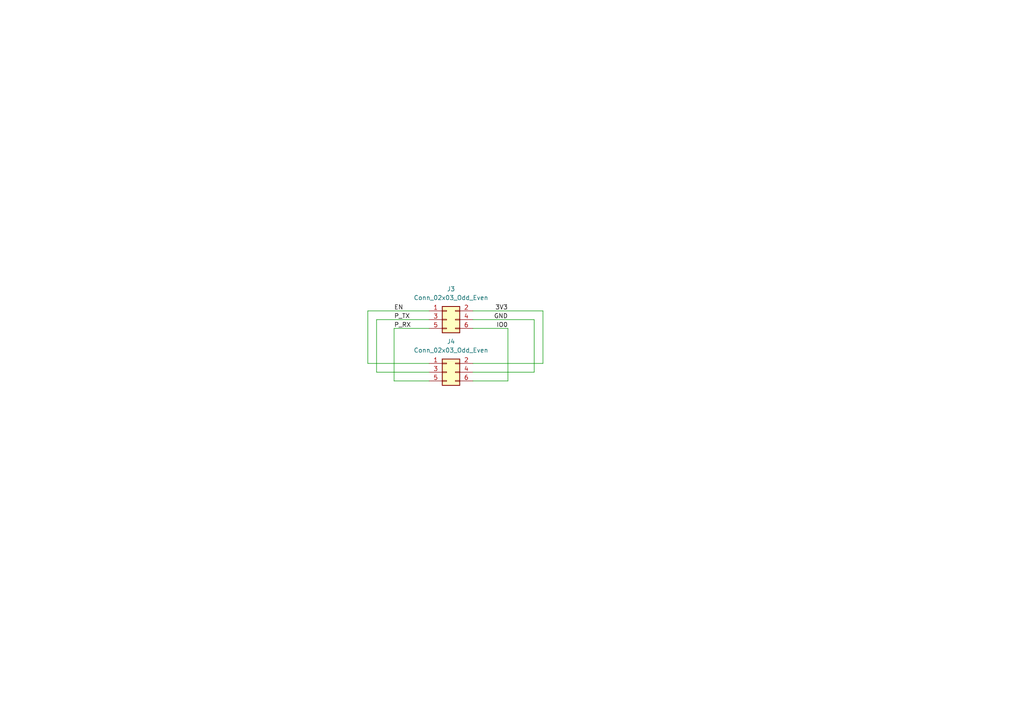
<source format=kicad_sch>
(kicad_sch (version 20250114) (generator "eeschema") (generator_version "9.0")
  (paper "A4")
  (lib_symbols
    (symbol "Connector_Generic:Conn_02x03_Odd_Even" (pin_names (offset 1.016) (hide yes))
      (property "Reference" "J" (at 1.27 5.08 0))
      (property "Value" "Conn_02x03_Odd_Even" (at 1.27 -5.08 0))
      (symbol "Conn_02x03_Odd_Even_1_1"
        (rectangle (start -1.27 3.81) (end 3.81 -3.81) (stroke (width 0.254)) (fill (type background)))
        (rectangle (start -1.27 2.667) (end 0 2.413) (stroke (width 0.1524)))
        (rectangle (start -1.27 0.127) (end 0 -0.127) (stroke (width 0.1524)))
        (rectangle (start -1.27 -2.413) (end 0 -2.667) (stroke (width 0.1524)))
        (rectangle (start 3.81 2.667) (end 2.54 2.413) (stroke (width 0.1524)))
        (rectangle (start 3.81 0.127) (end 2.54 -0.127) (stroke (width 0.1524)))
        (rectangle (start 3.81 -2.413) (end 2.54 -2.667) (stroke (width 0.1524)))
        (pin passive line (at -5.08 2.54 0) (length 3.81) (name "Pin_1") (number "1"))
        (pin passive line (at -5.08 0 0) (length 3.81) (name "Pin_3") (number "3"))
        (pin passive line (at -5.08 -2.54 0) (length 3.81) (name "Pin_5") (number "5"))
        (pin passive line (at 7.62 2.54 180) (length 3.81) (name "Pin_2") (number "2"))
        (pin passive line (at 7.62 0 180) (length 3.81) (name "Pin_4") (number "4"))
        (pin passive line (at 7.62 -2.54 180) (length 3.81) (name "Pin_6") (number "6"))
      )
    )
  )
  (wire (pts (xy 114.3 95.25) (xy 114.3 110.49)))
  (wire (pts (xy 106.68 105.41) (xy 124.46 105.41)))
  (wire (pts (xy 109.22 92.71) (xy 124.46 92.71)))
  (wire (pts (xy 106.68 90.17) (xy 124.46 90.17)))
  (wire (pts (xy 154.94 92.71) (xy 154.94 107.95)))
  (wire (pts (xy 157.48 90.17) (xy 157.48 105.41)))
  (wire (pts (xy 137.16 92.71) (xy 154.94 92.71)))
  (wire (pts (xy 106.68 90.17) (xy 106.68 105.41)))
  (wire (pts (xy 137.16 90.17) (xy 157.48 90.17)))
  (wire (pts (xy 147.32 110.49) (xy 137.16 110.49)))
  (wire (pts (xy 147.32 95.25) (xy 137.16 95.25)))
  (wire (pts (xy 157.48 105.41) (xy 137.16 105.41)))
  (wire (pts (xy 109.22 92.71) (xy 109.22 107.95)))
  (wire (pts (xy 147.32 95.25) (xy 147.32 110.49)))
  (wire (pts (xy 154.94 107.95) (xy 137.16 107.95)))
  (wire (pts (xy 114.3 95.25) (xy 124.46 95.25)))
  (wire (pts (xy 114.3 110.49) (xy 124.46 110.49)))
  (wire (pts (xy 109.22 107.95) (xy 124.46 107.95)))
  (label "P_TX" (at 114.3 92.71 0))
  (label "EN" (at 114.3 90.17 0))
  (label "GND" (at 147.32 92.71 180))
  (label "P_RX" (at 114.3 95.25 0))
  (label "IO0" (at 147.32 95.25 180))
  (label "3V3" (at 147.32 90.17 180))
  (symbol (lib_id "Connector_Generic:Conn_02x03_Odd_Even") (at 129.54 107.95 0) (unit 1)
    (property "Reference" "J4" (at 130.81 99.06 0))
    (property "Value" "Conn_02x03_Odd_Even" (at 130.81 101.6 0))
    (property "Footprint" "Library:Bitaxe Prog" (effects (hide yes)))
    (property "Description" "Generic connector, double row, 02x03, odd/even pin numbering scheme (row 1 odd numbers, row 2 even numbers), script generated (kicad-library-utils/schlib/autogen/connector/)" (effects (hide yes)))
    (property "LCSC" "C5157364" (effects (hide yes)))
  )
  (symbol (lib_id "Connector_Generic:Conn_02x03_Odd_Even") (at 129.54 92.71 0) (unit 1)
    (property "Reference" "J3" (at 130.81 83.82 0))
    (property "Value" "Conn_02x03_Odd_Even" (at 130.81 86.36 0))
    (property "Footprint" "Connector_PinHeader_1.27mm:PinHeader_2x03_P1.27mm_Vertical_SMD" (effects (hide yes)))
    (property "Description" "Generic connector, double row, 02x03, odd/even pin numbering scheme (row 1 odd numbers, row 2 even numbers), script generated (kicad-library-utils/schlib/autogen/connector/)" (effects (hide yes)))
    (property "LCSC" "C42372553" (effects (hide yes)))
  )
)
</source>
